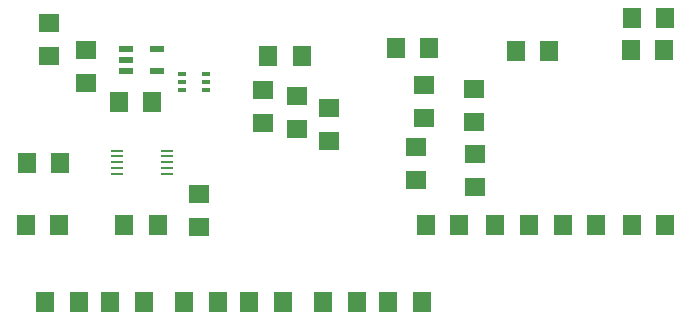
<source format=gbr>
G04 EAGLE Gerber RS-274X export*
G75*
%MOMM*%
%FSLAX34Y34*%
%LPD*%
%INSolderpaste Top*%
%IPPOS*%
%AMOC8*
5,1,8,0,0,1.08239X$1,22.5*%
G01*
%ADD10R,1.803000X1.600000*%
%ADD11R,1.600000X1.803000*%
%ADD12R,1.800000X1.600000*%
%ADD13R,1.600000X1.800000*%
%ADD14R,1.000000X0.250000*%
%ADD15R,1.270000X0.558800*%
%ADD16R,0.650000X0.350000*%


D10*
X614150Y253710D03*
X614150Y225270D03*
X664150Y247870D03*
X664150Y219430D03*
X663830Y274430D03*
X663830Y302870D03*
D11*
X681380Y187470D03*
X709820Y187470D03*
X738770Y187470D03*
X767210Y187470D03*
X797220Y187440D03*
X825660Y187440D03*
X825530Y363020D03*
X797090Y363020D03*
X727530Y334550D03*
X699090Y334550D03*
X517860Y330820D03*
X489420Y330820D03*
D10*
X513800Y268380D03*
X513800Y296820D03*
X484670Y273460D03*
X484670Y301900D03*
D12*
X621330Y305990D03*
X621330Y277990D03*
D13*
X623300Y187470D03*
X651300Y187470D03*
D12*
X540470Y258440D03*
X540470Y286440D03*
D13*
X796690Y335430D03*
X824690Y335430D03*
X597510Y337050D03*
X625510Y337050D03*
X284230Y187470D03*
X312230Y187470D03*
D14*
X403491Y230450D03*
X403491Y235450D03*
X403491Y240450D03*
X403491Y245450D03*
X403491Y250450D03*
X361229Y250450D03*
X361229Y245450D03*
X361229Y240450D03*
X361229Y235450D03*
X361229Y230450D03*
D10*
X430810Y213920D03*
X430810Y185480D03*
D11*
X367310Y187470D03*
X395750Y187470D03*
D13*
X284820Y239620D03*
X312820Y239620D03*
D15*
X369086Y336368D03*
X369086Y326970D03*
X369086Y317572D03*
X394994Y317572D03*
X394994Y336368D03*
D13*
X363040Y291220D03*
X391040Y291220D03*
D12*
X303700Y330430D03*
X303700Y358430D03*
X335300Y307930D03*
X335300Y335930D03*
D16*
X416220Y315170D03*
X416220Y308670D03*
X416220Y302170D03*
X436720Y315170D03*
X436720Y308670D03*
X436720Y302170D03*
D11*
X329220Y122500D03*
X300780Y122500D03*
X446720Y122500D03*
X418280Y122500D03*
X564220Y122500D03*
X535780Y122500D03*
X590780Y122500D03*
X619220Y122500D03*
X473280Y122500D03*
X501720Y122500D03*
X355780Y122500D03*
X384220Y122500D03*
M02*

</source>
